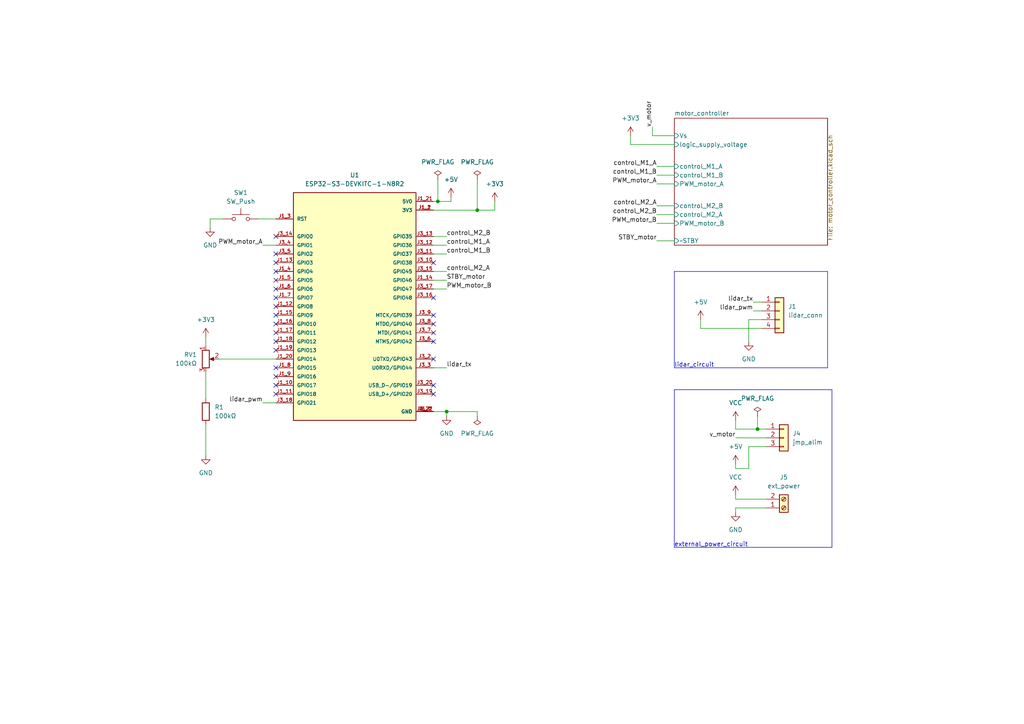
<source format=kicad_sch>
(kicad_sch (version 20230121) (generator eeschema)
  (paper "A4")
  (lib_symbols
    (symbol "Connector:Screw_Terminal_01x02" (pin_names (offset 1.016) hide)
      (property "Reference" "J" (at 0 2.54 0))
      (property "Value" "Screw_Terminal_01x02" (at 0 -5.08 0))
      (symbol "Screw_Terminal_01x02_1_1"
        (rectangle (start -1.27 1.27) (end 1.27 -3.81) (stroke (width 0.254)) (fill (type background)))
        (circle (center 0 -2.54) (radius 0.635) (stroke (width 0.1524)))
        (polyline (pts (xy -0.5334 -2.2098) (xy 0.3302 -3.048)) (stroke (width 0.1524)))
        (polyline (pts (xy -0.5334 0.3302) (xy 0.3302 -0.508)) (stroke (width 0.1524)))
        (polyline (pts (xy -0.3556 -2.032) (xy 0.508 -2.8702)) (stroke (width 0.1524)))
        (polyline (pts (xy -0.3556 0.508) (xy 0.508 -0.3302)) (stroke (width 0.1524)))
        (circle (center 0 0) (radius 0.635) (stroke (width 0.1524)))
        (pin passive line (at -5.08 0 0) (length 3.81) (name "Pin_1") (number "1"))
        (pin passive line (at -5.08 -2.54 0) (length 3.81) (name "Pin_2") (number "2"))
      )
    )
    (symbol "Connector_Generic:Conn_01x03" (pin_names (offset 1.016) hide)
      (property "Reference" "J" (at 0 5.08 0))
      (property "Value" "Conn_01x03" (at 0 -5.08 0))
      (symbol "Conn_01x03_1_1"
        (rectangle (start -1.27 -2.413) (end 0 -2.667) (stroke (width 0.1524)))
        (rectangle (start -1.27 0.127) (end 0 -0.127) (stroke (width 0.1524)))
        (rectangle (start -1.27 2.667) (end 0 2.413) (stroke (width 0.1524)))
        (rectangle (start -1.27 3.81) (end 1.27 -3.81) (stroke (width 0.254)) (fill (type background)))
        (pin passive line (at -5.08 2.54 0) (length 3.81) (name "Pin_1") (number "1"))
        (pin passive line (at -5.08 0 0) (length 3.81) (name "Pin_2") (number "2"))
        (pin passive line (at -5.08 -2.54 0) (length 3.81) (name "Pin_3") (number "3"))
      )
    )
    (symbol "Connector_Generic:Conn_01x04" (pin_names (offset 1.016) hide)
      (property "Reference" "J" (at 0 5.08 0))
      (property "Value" "Conn_01x04" (at 0 -7.62 0))
      (symbol "Conn_01x04_1_1"
        (rectangle (start -1.27 -4.953) (end 0 -5.207) (stroke (width 0.1524)))
        (rectangle (start -1.27 -2.413) (end 0 -2.667) (stroke (width 0.1524)))
        (rectangle (start -1.27 0.127) (end 0 -0.127) (stroke (width 0.1524)))
        (rectangle (start -1.27 2.667) (end 0 2.413) (stroke (width 0.1524)))
        (rectangle (start -1.27 3.81) (end 1.27 -6.35) (stroke (width 0.254)) (fill (type background)))
        (pin passive line (at -5.08 2.54 0) (length 3.81) (name "Pin_1") (number "1"))
        (pin passive line (at -5.08 0 0) (length 3.81) (name "Pin_2") (number "2"))
        (pin passive line (at -5.08 -2.54 0) (length 3.81) (name "Pin_3") (number "3"))
        (pin passive line (at -5.08 -5.08 0) (length 3.81) (name "Pin_4") (number "4"))
      )
    )
    (symbol "Device:R" (pin_numbers hide) (pin_names (offset 0))
      (property "Reference" "R" (at 2.032 0 90))
      (property "Value" "R" (at 0 0 90))
      (symbol "R_0_1"
        (rectangle (start -1.016 -2.54) (end 1.016 2.54) (stroke (width 0.254)))
      )
      (symbol "R_1_1"
        (pin passive line (at 0 3.81 270) (length 1.27) (name "~") (number "1"))
        (pin passive line (at 0 -3.81 90) (length 1.27) (name "~") (number "2"))
      )
    )
    (symbol "Device:R_Potentiometer" (pin_names (offset 1.016) hide)
      (property "Reference" "RV" (at -4.445 0 90))
      (property "Value" "R_Potentiometer" (at -2.54 0 90))
      (symbol "R_Potentiometer_0_1"
        (polyline (pts (xy 2.54 0) (xy 1.524 0)))
        (polyline (pts (xy 1.143 0) (xy 2.286 0.508) (xy 2.286 -0.508) (xy 1.143 0)) (fill (type outline)))
        (rectangle (start 1.016 2.54) (end -1.016 -2.54) (stroke (width 0.254)))
      )
      (symbol "R_Potentiometer_1_1"
        (pin passive line (at 0 3.81 270) (length 1.27) (name "1") (number "1"))
        (pin passive line (at 3.81 0 180) (length 1.27) (name "2") (number "2"))
        (pin passive line (at 0 -3.81 90) (length 1.27) (name "3") (number "3"))
      )
    )
    (symbol "ESP32-S3-DEVKITC-1-N8R2:ESP32-S3-DEVKITC-1-N8R2" (pin_names (offset 1.016))
      (property "Reference" "U" (at -17.78 35.56 0))
      (property "Value" "ESP32-S3-DEVKITC-1-N8R2" (at -17.78 -35.56 0))
      (symbol "ESP32-S3-DEVKITC-1-N8R2_0_0"
        (rectangle (start -17.78 -33.02) (end 17.78 33.02) (stroke (width 0.254)) (fill (type background)))
        (pin power_in line (at 22.86 27.94 180) (length 5.08) (name "3V3") (number "J1_1"))
        (pin bidirectional line (at -22.86 -22.86 0) (length 5.08) (name "GPIO17") (number "J1_10"))
        (pin bidirectional line (at -22.86 -25.4 0) (length 5.08) (name "GPIO18") (number "J1_11"))
        (pin bidirectional line (at -22.86 0 0) (length 5.08) (name "GPIO8") (number "J1_12"))
        (pin bidirectional line (at -22.86 12.7 0) (length 5.08) (name "GPIO3") (number "J1_13"))
        (pin bidirectional line (at 22.86 7.62 180) (length 5.08) (name "GPIO46") (number "J1_14"))
        (pin bidirectional line (at -22.86 -2.54 0) (length 5.08) (name "GPIO9") (number "J1_15"))
        (pin bidirectional line (at -22.86 -5.08 0) (length 5.08) (name "GPIO10") (number "J1_16"))
        (pin bidirectional line (at -22.86 -7.62 0) (length 5.08) (name "GPIO11") (number "J1_17"))
        (pin bidirectional line (at -22.86 -10.16 0) (length 5.08) (name "GPIO12") (number "J1_18"))
        (pin bidirectional line (at -22.86 -12.7 0) (length 5.08) (name "GPIO13") (number "J1_19"))
        (pin power_in line (at 22.86 27.94 180) (length 5.08) (name "3V3") (number "J1_2"))
        (pin bidirectional line (at -22.86 -15.24 0) (length 5.08) (name "GPIO14") (number "J1_20"))
        (pin power_in line (at 22.86 30.48 180) (length 5.08) (name "5V0") (number "J1_21"))
        (pin power_in line (at 22.86 -30.48 180) (length 5.08) (name "GND") (number "J1_22"))
        (pin input line (at -22.86 25.4 0) (length 5.08) (name "RST") (number "J1_3"))
        (pin bidirectional line (at -22.86 10.16 0) (length 5.08) (name "GPIO4") (number "J1_4"))
        (pin bidirectional line (at -22.86 7.62 0) (length 5.08) (name "GPIO5") (number "J1_5"))
        (pin bidirectional line (at -22.86 5.08 0) (length 5.08) (name "GPIO6") (number "J1_6"))
        (pin bidirectional line (at -22.86 2.54 0) (length 5.08) (name "GPIO7") (number "J1_7"))
        (pin bidirectional line (at -22.86 -17.78 0) (length 5.08) (name "GPIO15") (number "J1_8"))
        (pin bidirectional line (at -22.86 -20.32 0) (length 5.08) (name "GPIO16") (number "J1_9"))
        (pin power_in line (at 22.86 -30.48 180) (length 5.08) (name "GND") (number "J3_1"))
        (pin bidirectional line (at 22.86 12.7 180) (length 5.08) (name "GPIO38") (number "J3_10"))
        (pin bidirectional line (at 22.86 15.24 180) (length 5.08) (name "GPIO37") (number "J3_11"))
        (pin bidirectional line (at 22.86 17.78 180) (length 5.08) (name "GPIO36") (number "J3_12"))
        (pin bidirectional line (at 22.86 20.32 180) (length 5.08) (name "GPIO35") (number "J3_13"))
        (pin bidirectional line (at -22.86 20.32 0) (length 5.08) (name "GPIO0") (number "J3_14"))
        (pin bidirectional line (at 22.86 10.16 180) (length 5.08) (name "GPIO45") (number "J3_15"))
        (pin bidirectional line (at 22.86 2.54 180) (length 5.08) (name "GPIO48") (number "J3_16"))
        (pin bidirectional line (at 22.86 5.08 180) (length 5.08) (name "GPIO47") (number "J3_17"))
        (pin bidirectional line (at -22.86 -27.94 0) (length 5.08) (name "GPIO21") (number "J3_18"))
        (pin bidirectional line (at 22.86 -25.4 180) (length 5.08) (name "USB_D+/GPIO20") (number "J3_19"))
        (pin bidirectional line (at 22.86 -15.24 180) (length 5.08) (name "U0TXD/GPIO43") (number "J3_2"))
        (pin bidirectional line (at 22.86 -22.86 180) (length 5.08) (name "USB_D-/GPIO19") (number "J3_20"))
        (pin power_in line (at 22.86 -30.48 180) (length 5.08) (name "GND") (number "J3_21"))
        (pin power_in line (at 22.86 -30.48 180) (length 5.08) (name "GND") (number "J3_22"))
        (pin bidirectional line (at 22.86 -17.78 180) (length 5.08) (name "U0RXD/GPIO44") (number "J3_3"))
        (pin bidirectional line (at -22.86 17.78 0) (length 5.08) (name "GPIO1") (number "J3_4"))
        (pin bidirectional line (at -22.86 15.24 0) (length 5.08) (name "GPIO2") (number "J3_5"))
        (pin bidirectional line (at 22.86 -10.16 180) (length 5.08) (name "MTMS/GPIO42") (number "J3_6"))
        (pin bidirectional line (at 22.86 -7.62 180) (length 5.08) (name "MTDI/GPIO41") (number "J3_7"))
        (pin bidirectional line (at 22.86 -5.08 180) (length 5.08) (name "MTDO/GPIO40") (number "J3_8"))
        (pin bidirectional line (at 22.86 -2.54 180) (length 5.08) (name "MTCK/GPIO39") (number "J3_9"))
      )
    )
    (symbol "Switch:SW_Push" (pin_numbers hide) (pin_names (offset 1.016) hide)
      (property "Reference" "SW" (at 1.27 2.54 0))
      (property "Value" "SW_Push" (at 0 -1.524 0))
      (symbol "SW_Push_0_1"
        (circle (center -2.032 0) (radius 0.508))
        (polyline (pts (xy 0 1.27) (xy 0 3.048)))
        (polyline (pts (xy 2.54 1.27) (xy -2.54 1.27)))
        (circle (center 2.032 0) (radius 0.508))
        (pin passive line (at -5.08 0 0) (length 2.54) (name "1") (number "1"))
        (pin passive line (at 5.08 0 180) (length 2.54) (name "2") (number "2"))
      )
    )
    (symbol "power:+3.3V" (power) (pin_names (offset 0))
      (property "Value" "+3.3V" (at 0 3.556 0))
      (symbol "+3.3V_0_1"
        (polyline (pts (xy -0.762 1.27) (xy 0 2.54)))
        (polyline (pts (xy 0 0) (xy 0 2.54)))
        (polyline (pts (xy 0 2.54) (xy 0.762 1.27)))
      )
      (symbol "+3.3V_1_1"
        (pin power_in line (at 0 0 90) (length 0) hide (name "+3V3") (number "1"))
      )
    )
    (symbol "power:+5V" (power) (pin_names (offset 0))
      (property "Value" "+5V" (at 0 3.556 0))
      (symbol "+5V_0_1"
        (polyline (pts (xy -0.762 1.27) (xy 0 2.54)))
        (polyline (pts (xy 0 0) (xy 0 2.54)))
        (polyline (pts (xy 0 2.54) (xy 0.762 1.27)))
      )
      (symbol "+5V_1_1"
        (pin power_in line (at 0 0 90) (length 0) hide (name "+5V") (number "1"))
      )
    )
    (symbol "power:GND" (power) (pin_names (offset 0))
      (property "Value" "GND" (at 0 -3.81 0))
      (symbol "GND_0_1"
        (polyline (pts (xy 0 0) (xy 0 -1.27) (xy 1.27 -1.27) (xy 0 -2.54) (xy -1.27 -1.27) (xy 0 -1.27)))
      )
      (symbol "GND_1_1"
        (pin power_in line (at 0 0 270) (length 0) hide (name "GND") (number "1"))
      )
    )
    (symbol "power:PWR_FLAG" (power) (pin_numbers hide) (pin_names (offset 0) hide)
      (property "Value" "PWR_FLAG" (at 0 3.81 0))
      (symbol "PWR_FLAG_0_0"
        (pin power_out line (at 0 0 90) (length 0) (name "pwr") (number "1"))
      )
      (symbol "PWR_FLAG_0_1"
        (polyline (pts (xy 0 0) (xy 0 1.27) (xy -1.016 1.905) (xy 0 2.54) (xy 1.016 1.905) (xy 0 1.27)))
      )
    )
    (symbol "power:VCC" (power) (pin_names (offset 0))
      (property "Value" "VCC" (at 0 3.81 0))
      (symbol "VCC_0_1"
        (polyline (pts (xy -0.762 1.27) (xy 0 2.54)))
        (polyline (pts (xy 0 0) (xy 0 2.54)))
        (polyline (pts (xy 0 2.54) (xy 0.762 1.27)))
      )
      (symbol "VCC_1_1"
        (pin power_in line (at 0 0 90) (length 0) hide (name "VCC") (number "1"))
      )
    )
  )
  (junction (at 129.54 119.38))
  (junction (at 138.43 60.96))
  (junction (at 127 58.42))
  (junction (at 219.71 124.46))
  (no_connect (at 125.73 104.14))
  (no_connect (at 125.73 111.76))
  (no_connect (at 125.73 114.3))
  (no_connect (at 125.73 76.2))
  (no_connect (at 80.01 68.58))
  (no_connect (at 80.01 73.66))
  (no_connect (at 80.01 76.2))
  (no_connect (at 80.01 78.74))
  (no_connect (at 80.01 81.28))
  (no_connect (at 80.01 83.82))
  (no_connect (at 80.01 88.9))
  (no_connect (at 80.01 91.44))
  (no_connect (at 80.01 93.98))
  (no_connect (at 80.01 96.52))
  (no_connect (at 80.01 99.06))
  (no_connect (at 80.01 101.6))
  (no_connect (at 125.73 99.06))
  (no_connect (at 80.01 106.68))
  (no_connect (at 80.01 109.22))
  (no_connect (at 80.01 111.76))
  (no_connect (at 80.01 114.3))
  (no_connect (at 125.73 86.36))
  (no_connect (at 125.73 91.44))
  (no_connect (at 125.73 93.98))
  (no_connect (at 125.73 96.52))
  (no_connect (at 80.01 86.36))
  (wire (pts (xy 222.25 129.54) (xy 217.17 129.54)))
  (wire (pts (xy 138.43 119.38) (xy 138.43 120.65)))
  (polyline (pts (xy 241.3 113.03) (xy 241.3 158.75)))
  (polyline (pts (xy 241.3 158.75) (xy 195.58 158.75)))
  (wire (pts (xy 129.54 81.28) (xy 125.73 81.28)))
  (wire (pts (xy 64.77 63.5) (xy 60.96 63.5)))
  (wire (pts (xy 125.73 73.66) (xy 129.54 73.66)))
  (wire (pts (xy 74.93 63.5) (xy 80.01 63.5)))
  (wire (pts (xy 213.36 127) (xy 222.25 127)))
  (polyline (pts (xy 195.58 78.74) (xy 195.58 106.68)))
  (wire (pts (xy 59.69 123.19) (xy 59.69 132.08)))
  (wire (pts (xy 217.17 92.71) (xy 217.17 99.06)))
  (wire (pts (xy 189.23 39.37) (xy 195.58 39.37)))
  (wire (pts (xy 129.54 119.38) (xy 138.43 119.38)))
  (wire (pts (xy 130.81 58.42) (xy 130.81 57.15)))
  (wire (pts (xy 222.25 144.78) (xy 213.36 144.78)))
  (wire (pts (xy 219.71 120.65) (xy 219.71 124.46)))
  (wire (pts (xy 190.5 62.23) (xy 195.58 62.23)))
  (wire (pts (xy 182.88 41.91) (xy 195.58 41.91)))
  (wire (pts (xy 127 52.07) (xy 127 58.42)))
  (wire (pts (xy 217.17 135.89) (xy 213.36 135.89)))
  (wire (pts (xy 218.44 87.63) (xy 220.98 87.63)))
  (wire (pts (xy 129.54 119.38) (xy 125.73 119.38)))
  (wire (pts (xy 125.73 78.74) (xy 129.54 78.74)))
  (wire (pts (xy 125.73 68.58) (xy 129.54 68.58)))
  (wire (pts (xy 143.51 60.96) (xy 143.51 58.42)))
  (wire (pts (xy 138.43 52.07) (xy 138.43 60.96)))
  (wire (pts (xy 219.71 124.46) (xy 222.25 124.46)))
  (wire (pts (xy 182.88 39.37) (xy 182.88 41.91)))
  (wire (pts (xy 213.36 144.78) (xy 213.36 143.51)))
  (wire (pts (xy 190.5 53.34) (xy 195.58 53.34)))
  (wire (pts (xy 125.73 58.42) (xy 127 58.42)))
  (wire (pts (xy 80.01 116.84) (xy 76.2 116.84)))
  (wire (pts (xy 63.5 104.14) (xy 80.01 104.14)))
  (wire (pts (xy 190.5 48.26) (xy 195.58 48.26)))
  (wire (pts (xy 59.69 107.95) (xy 59.69 115.57)))
  (wire (pts (xy 125.73 83.82) (xy 129.54 83.82)))
  (wire (pts (xy 138.43 60.96) (xy 143.51 60.96)))
  (wire (pts (xy 213.36 121.92) (xy 213.36 124.46)))
  (polyline (pts (xy 195.58 113.03) (xy 195.58 158.75)))
  (wire (pts (xy 218.44 90.17) (xy 220.98 90.17)))
  (polyline (pts (xy 240.03 78.74) (xy 240.03 106.68)))
  (polyline (pts (xy 195.58 113.03) (xy 241.3 113.03)))
  (wire (pts (xy 189.23 36.83) (xy 189.23 39.37)))
  (wire (pts (xy 125.73 106.68) (xy 129.54 106.68)))
  (wire (pts (xy 80.01 71.12) (xy 76.2 71.12)))
  (wire (pts (xy 129.54 120.65) (xy 129.54 119.38)))
  (wire (pts (xy 217.17 129.54) (xy 217.17 135.89)))
  (wire (pts (xy 190.5 59.69) (xy 195.58 59.69)))
  (wire (pts (xy 125.73 71.12) (xy 129.54 71.12)))
  (wire (pts (xy 190.5 50.8) (xy 195.58 50.8)))
  (wire (pts (xy 203.2 95.25) (xy 203.2 92.71)))
  (wire (pts (xy 222.25 147.32) (xy 213.36 147.32)))
  (wire (pts (xy 220.98 95.25) (xy 203.2 95.25)))
  (polyline (pts (xy 240.03 106.68) (xy 195.58 106.68)))
  (wire (pts (xy 125.73 60.96) (xy 138.43 60.96)))
  (polyline (pts (xy 195.58 78.74) (xy 240.03 78.74)))
  (wire (pts (xy 190.5 69.85) (xy 195.58 69.85)))
  (wire (pts (xy 190.5 64.77) (xy 195.58 64.77)))
  (wire (pts (xy 220.98 92.71) (xy 217.17 92.71)))
  (wire (pts (xy 60.96 63.5) (xy 60.96 66.04)))
  (wire (pts (xy 127 58.42) (xy 130.81 58.42)))
  (wire (pts (xy 213.36 147.32) (xy 213.36 148.59)))
  (wire (pts (xy 59.69 97.79) (xy 59.69 100.33)))
  (wire (pts (xy 213.36 135.89) (xy 213.36 134.62)))
  (wire (pts (xy 213.36 124.46) (xy 219.71 124.46)))
  (text "lidar_circuit" (at 195.58 106.68 0) (effects (font (size 1.27 1.27)) (justify left bottom)))
  (text "external_power_circuit" (at 195.58 158.75 0) (effects (font (size 1.27 1.27)) (justify left bottom)))
  (label "lidar_tx" (at 218.44 87.63 180))
  (label "STBY_motor" (at 129.54 81.28 0))
  (label "control_M2_A" (at 190.5 59.69 180))
  (label "control_M1_A" (at 129.54 71.12 0))
  (label "v_motor" (at 213.36 127 180))
  (label "lidar_tx" (at 129.54 106.68 0))
  (label "control_M2_A" (at 129.54 78.74 0))
  (label "STBY_motor" (at 190.5 69.85 180))
  (label "PWM_motor_A" (at 76.2 71.12 180))
  (label "lidar_pwm" (at 218.44 90.17 180))
  (label "control_M2_B" (at 129.54 68.58 0))
  (label "control_M1_B" (at 129.54 73.66 0))
  (label "PWM_motor_B" (at 190.5 64.77 180))
  (label "control_M1_A" (at 190.5 48.26 180))
  (label "control_M2_B" (at 190.5 62.23 180))
  (label "PWM_motor_A" (at 190.5 53.34 180))
  (label "PWM_motor_B" (at 129.54 83.82 0))
  (label "v_motor" (at 189.23 36.83 90))
  (label "control_M1_B" (at 190.5 50.8 180))
  (label "lidar_pwm" (at 76.2 116.84 180))
  (symbol (lib_id "power:+3.3V") (at 143.51 58.42 0) (unit 1)
    (property "Reference" "#PWR04" (effects hide))
    (property "Value" "+3.3V" (at 143.51 53.34 0))
  )
  (symbol (lib_id "power:GND") (at 213.36 148.59 0) (mirror y) (unit 1)
    (property "Reference" "#PWR015" (effects hide))
    (property "Value" "GND" (at 213.36 153.67 0))
  )
  (symbol (lib_id "Device:R_Potentiometer") (at 59.69 104.14 0) (unit 1)
    (property "Reference" "RV1" (at 57.15 102.87 0) (effects (justify right)))
    (property "Value" "100kΩ" (at 57.15 105.41 0) (effects (justify right)))
    (property "Footprint" "potentiometer_custom:Potentiometer_Piher_PC-16_Single_Horizontal" (effects hide))
  )
  (symbol (lib_id "power:GND") (at 129.54 120.65 0) (unit 1)
    (property "Reference" "#PWR02" (effects hide))
    (property "Value" "GND" (at 129.54 125.73 0))
  )
  (symbol (lib_id "Connector_Generic:Conn_01x04") (at 226.06 90.17 0) (unit 1)
    (property "Reference" "J1" (at 228.6 88.8999 0) (effects (justify left)))
    (property "Value" "lidar_conn" (at 228.6 91.4399 0) (effects (justify left)))
    (property "Footprint" "B4B-ZR_LF__SN_:CONN_B4B-ZR_LF__SN__JST" (effects hide))
  )
  (symbol (lib_id "power:PWR_FLAG") (at 127 52.07 0) (unit 1)
    (property "Reference" "#FLG01" (effects hide))
    (property "Value" "PWR_FLAG" (at 127 46.99 0))
  )
  (symbol (lib_id "power:+5V") (at 203.2 92.71 0) (unit 1)
    (property "Reference" "#PWR07" (effects hide))
    (property "Value" "+5V" (at 203.2 87.63 0))
  )
  (symbol (lib_id "Switch:SW_Push") (at 69.85 63.5 0) (unit 1)
    (property "Reference" "SW1" (at 69.85 55.88 0))
    (property "Value" "SW_Push" (at 69.85 58.42 0))
    (property "Footprint" "Button_Switch_THT:SW_PUSH_6mm" (effects hide))
  )
  (symbol (lib_id "Device:R") (at 59.69 119.38 0) (unit 1)
    (property "Reference" "R1" (at 62.23 118.11 0) (effects (justify left)))
    (property "Value" "100kΩ" (at 62.23 120.65 0) (effects (justify left)))
    (property "Footprint" "Resistor_SMD:R_1206_3216Metric_Pad1.30x1.75mm_HandSolder" (effects hide))
  )
  (symbol (lib_id "power:VCC") (at 213.36 121.92 0) (unit 1)
    (property "Reference" "#PWR06" (effects hide))
    (property "Value" "VCC" (at 213.36 116.84 0))
  )
  (symbol (lib_id "power:+3.3V") (at 182.88 39.37 0) (unit 1)
    (property "Reference" "#PWR05" (effects hide))
    (property "Value" "+3.3V" (at 182.88 34.29 0))
  )
  (symbol (lib_id "Connector:Screw_Terminal_01x02") (at 227.33 147.32 0) (mirror x) (unit 1)
    (property "Reference" "J5" (at 227.33 138.43 0))
    (property "Value" "ext_power" (at 227.33 140.97 0))
    (property "Footprint" "TerminalBlock:TerminalBlock_bornier-2_P5.08mm" (effects hide))
  )
  (symbol (lib_id "power:+5V") (at 130.81 57.15 0) (unit 1)
    (property "Reference" "#PWR03" (effects hide))
    (property "Value" "+5V" (at 130.81 52.07 0))
  )
  (symbol (lib_id "ESP32-S3-DEVKITC-1-N8R2:ESP32-S3-DEVKITC-1-N8R2") (at 102.87 88.9 0) (unit 1)
    (property "Reference" "U1" (at 102.87 50.8 0))
    (property "Value" "ESP32-S3-DEVKITC-1-N8R2" (at 102.87 53.34 0))
    (property "Footprint" "ESP32-S3-DEVKITC-1-N8R2:XCVR_ESP32-S3-DEVKITC-1-N8R2" (effects hide))
    (property "MF" "Espressif Systems" (effects hide))
    (property "Description" "\nWiFi Development Tools - 802.11 (Engineering Samples Only) ESP32-S3 General-Purpose Development Board, ESP32-S3-WROOM-1-N8R2, with Pin Header\n" (effects hide))
    (property "Package" "None" (effects hide))
    (property "Price" "None" (effects hide))
    (property "Check_prices" "https://www.snapeda.com/parts/ESP32-S3-DEVKITC-1-N8R2/Espressif+Systems/view-part/?ref=eda" (effects hide))
    (property "STANDARD" "Manufacturer Recommendations" (effects hide))
    (property "PARTREV" "V1" (effects hide))
    (property "SnapEDA_Link" "https://www.snapeda.com/parts/ESP32-S3-DEVKITC-1-N8R2/Espressif+Systems/view-part/?ref=snap" (effects hide))
    (property "MP" "ESP32-S3-DEVKITC-1-N8R2" (effects hide))
    (property "Purchase-URL" "https://www.snapeda.com/api/url_track_click_mouser/?unipart_id=8918256&manufacturer=Espressif Systems&part_name=ESP32-S3-DEVKITC-1-N8R2&search_term=esp32 s3 devkitc 1" (effects hide))
    (property "Availability" "In Stock" (effects hide))
    (property "MANUFACTURER" "Espressif" (effects hide))
  )
  (symbol (lib_id "power:PWR_FLAG") (at 138.43 120.65 180) (unit 1)
    (property "Reference" "#FLG03" (effects hide))
    (property "Value" "PWR_FLAG" (at 138.43 125.73 0))
  )
  (symbol (lib_id "power:PWR_FLAG") (at 219.71 120.65 0) (unit 1)
    (property "Reference" "#FLG04" (effects hide))
    (property "Value" "PWR_FLAG" (at 219.71 115.57 0))
  )
  (symbol (lib_id "power:+5V") (at 213.36 134.62 0) (unit 1)
    (property "Reference" "#PWR013" (effects hide))
    (property "Value" "+5V" (at 213.36 129.54 0))
  )
  (symbol (lib_id "Connector_Generic:Conn_01x03") (at 227.33 127 0) (unit 1)
    (property "Reference" "J4" (at 229.87 125.7299 0) (effects (justify left)))
    (property "Value" "jmp_alim" (at 229.87 128.2699 0) (effects (justify left)))
    (property "Footprint" "Connector_PinHeader_2.54mm:PinHeader_1x03_P2.54mm_Vertical" (effects hide))
  )
  (symbol (lib_id "power:GND") (at 60.96 66.04 0) (unit 1)
    (property "Reference" "#PWR01" (effects hide))
    (property "Value" "GND" (at 60.96 71.12 0))
  )
  (symbol (lib_id "power:VCC") (at 213.36 143.51 0) (mirror y) (unit 1)
    (property "Reference" "#PWR014" (effects hide))
    (property "Value" "VCC" (at 213.36 138.43 0))
  )
  (symbol (lib_id "power:GND") (at 217.17 99.06 0) (unit 1)
    (property "Reference" "#PWR08" (effects hide))
    (property "Value" "GND" (at 217.17 104.14 0))
  )
  (symbol (lib_id "power:+3.3V") (at 59.69 97.79 0) (unit 1)
    (property "Reference" "#PWR010" (effects hide))
    (property "Value" "+3.3V" (at 59.69 92.71 0))
  )
  (symbol (lib_id "power:PWR_FLAG") (at 138.43 52.07 0) (unit 1)
    (property "Reference" "#FLG02" (effects hide))
    (property "Value" "PWR_FLAG" (at 138.43 46.99 0))
  )
  (symbol (lib_id "power:GND") (at 59.69 132.08 0) (unit 1)
    (property "Reference" "#PWR09" (effects hide))
    (property "Value" "GND" (at 59.69 137.16 0))
  )
  (sheet (at 195.58 34.29) (size 44.45 36.83) (stroke (width 0.1524))
    (property "Sheetname" "motor_controller" (at 195.58 33.5784 0) (effects (justify left bottom)))
    (property "Sheetfile" "motor_controller.kicad_sch" (at 240.03 69.85 90) (effects (justify left top)))
    (pin "Vs" input (at 195.58 39.37 180))
    (pin "logic_supply_voltage" input (at 195.58 41.91 180))
    (pin "control_M2_B" input (at 195.58 59.69 180))
    (pin "control_M2_A" input (at 195.58 62.23 180))
    (pin "control_M1_A" input (at 195.58 48.26 180))
    (pin "control_M1_B" input (at 195.58 50.8 180))
    (pin "PWM_motor_A" input (at 195.58 53.34 180))
    (pin "PWM_motor_B" input (at 195.58 64.77 180))
    (pin "~STBY" input (at 195.58 69.85 180))
  )
)
</source>
